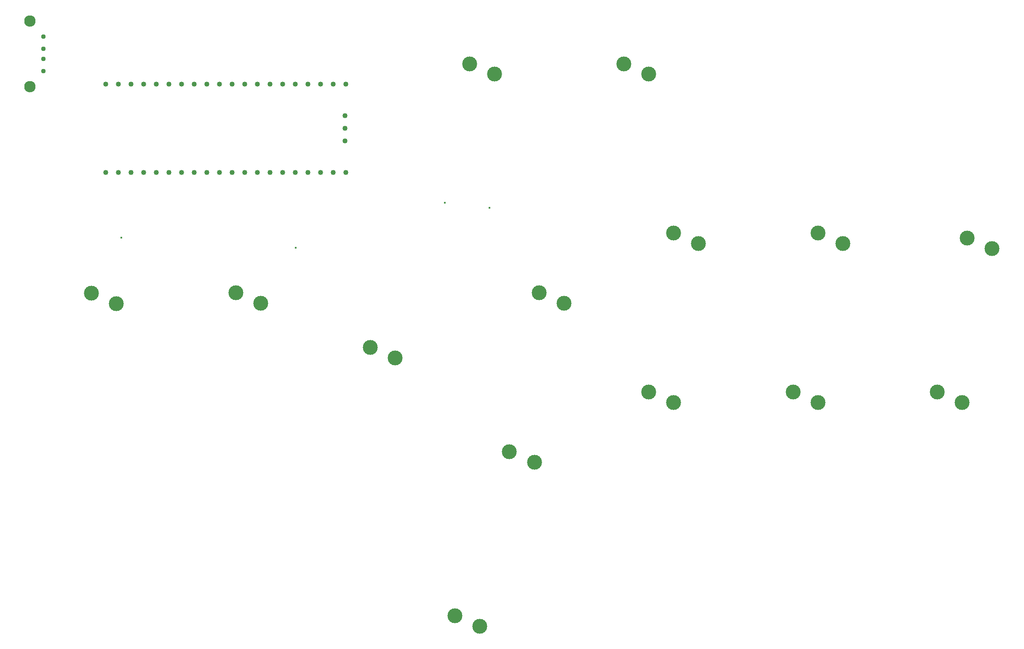
<source format=gbr>
%TF.GenerationSoftware,KiCad,Pcbnew,8.0.5*%
%TF.CreationDate,2024-12-27T20:29:08-05:00*%
%TF.ProjectId,with_usb_wired_v1,77697468-5f75-4736-925f-77697265645f,v1.0.0*%
%TF.SameCoordinates,Original*%
%TF.FileFunction,Plated,1,2,PTH,Drill*%
%TF.FilePolarity,Positive*%
%FSLAX46Y46*%
G04 Gerber Fmt 4.6, Leading zero omitted, Abs format (unit mm)*
G04 Created by KiCad (PCBNEW 8.0.5) date 2024-12-27 20:29:08*
%MOMM*%
%LPD*%
G01*
G04 APERTURE LIST*
%TA.AperFunction,ViaDrill*%
%ADD10C,0.400000*%
%TD*%
%TA.AperFunction,ComponentDrill*%
%ADD11C,0.950000*%
%TD*%
%TA.AperFunction,ComponentDrill*%
%ADD12C,1.020000*%
%TD*%
%TA.AperFunction,ComponentDrill*%
%ADD13C,2.300000*%
%TD*%
%TA.AperFunction,ComponentDrill*%
%ADD14C,3.000000*%
%TD*%
G04 APERTURE END LIST*
D10*
X147000000Y-127000000D03*
X182000000Y-129000000D03*
X212000000Y-120000000D03*
X221000000Y-121000000D03*
D11*
%TO.C,REF\u002A\u002A*%
X131360000Y-86500000D03*
X131360000Y-89000000D03*
X131360000Y-91000000D03*
X131360000Y-93500000D03*
D12*
X143870000Y-96110000D03*
X143870000Y-113890000D03*
X146410000Y-96110000D03*
X146410000Y-113890000D03*
X148950000Y-96110000D03*
X148950000Y-113890000D03*
X151490000Y-96110000D03*
X151490000Y-113890000D03*
X154030000Y-96110000D03*
X154030000Y-113890000D03*
X156570000Y-96110000D03*
X156570000Y-113890000D03*
X159110000Y-96110000D03*
X159110000Y-113890000D03*
X161650000Y-96110000D03*
X161650000Y-113890000D03*
X164190000Y-96110000D03*
X164190000Y-113890000D03*
X166730000Y-96110000D03*
X166730000Y-113890000D03*
X169270000Y-96110000D03*
X169270000Y-113890000D03*
X171810000Y-96110000D03*
X171810000Y-113890000D03*
X174350000Y-96110000D03*
X174350000Y-113890000D03*
X176890000Y-96110000D03*
X176890000Y-113890000D03*
X179430000Y-96110000D03*
X179430000Y-113890000D03*
X181970000Y-96110000D03*
X181970000Y-113890000D03*
X184510000Y-96110000D03*
X184510000Y-113890000D03*
X187050000Y-96110000D03*
X187050000Y-113890000D03*
X189590000Y-96110000D03*
X189590000Y-113890000D03*
X191900000Y-102460000D03*
X191900000Y-105000000D03*
X191900000Y-107540000D03*
X192130000Y-96110000D03*
X192130000Y-113890000D03*
D13*
X128650000Y-83430000D03*
X128650000Y-96570000D03*
D14*
%TO.C,S1*%
X140931165Y-138207445D03*
X145931165Y-140307445D03*
%TO.C,S2*%
X170000000Y-138100000D03*
X175000000Y-140200000D03*
%TO.C,S3*%
X197000000Y-149100000D03*
X202000000Y-151200000D03*
%TO.C,S4*%
X214000000Y-203100000D03*
%TO.C,S13*%
X217000000Y-92000000D03*
%TO.C,S4*%
X219000000Y-205200000D03*
%TO.C,S13*%
X222000000Y-94100000D03*
%TO.C,S5*%
X225000000Y-170100000D03*
X230000000Y-172200000D03*
%TO.C,S6*%
X231000000Y-138100000D03*
X236000000Y-140200000D03*
%TO.C,S14*%
X248000000Y-92000000D03*
X253000000Y-94100000D03*
%TO.C,S7*%
X253000000Y-158100000D03*
%TO.C,S8*%
X258000000Y-126100000D03*
%TO.C,S7*%
X258000000Y-160200000D03*
%TO.C,S8*%
X263000000Y-128200000D03*
%TO.C,S9*%
X282000000Y-158100000D03*
%TO.C,S10*%
X287000000Y-126100000D03*
%TO.C,S9*%
X287000000Y-160200000D03*
%TO.C,S10*%
X292000000Y-128200000D03*
%TO.C,S11*%
X311000000Y-158100000D03*
X316000000Y-160200000D03*
%TO.C,S12*%
X317000000Y-127100000D03*
X322000000Y-129200000D03*
M02*

</source>
